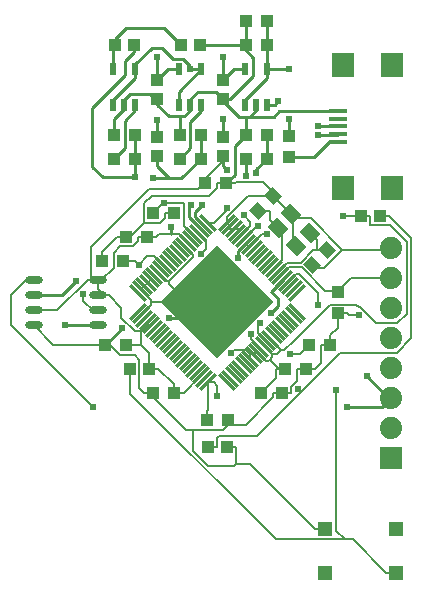
<source format=gtl>
G04 Layer: TopLayer*
G04 EasyEDA v6.5.42, 2024-03-17 19:56:20*
G04 22851bfb20aa482085f49a562fa88950,7084cd4cda9a42c7a5f6ba31724bf8e5,10*
G04 Gerber Generator version 0.2*
G04 Scale: 100 percent, Rotated: No, Reflected: No *
G04 Dimensions in inches *
G04 leading zeros omitted , absolute positions ,3 integer and 6 decimal *
%FSLAX36Y36*%
%MOIN*%

%AMMACRO1*21,1,$1,$2,0,0,$3*%
%ADD10C,0.0080*%
%ADD11C,0.0100*%
%ADD12O,0.059843X0.023622*%
%ADD13R,0.0217X0.0394*%
%ADD14R,0.0394X0.0433*%
%ADD15R,0.0433X0.0394*%
%ADD16R,0.0600X0.0157*%
%ADD17R,0.0748X0.0827*%
%ADD18MACRO1,0.0394X0.0433X-134.9990*%
%ADD19MACRO1,0.0394X0.0433X-135.0000*%
%ADD20R,0.0472X0.0472*%
%ADD21MACRO1,0.0551X0.0453X135.0007*%
%ADD22MACRO1,0.0551X0.0453X135.0000*%
%ADD23MACRO1,0.0551X0.0453X134.9993*%
%ADD24MACRO1,0.0098X0.075X135.0000*%
%ADD25MACRO1,0.0099X0.075X134.9959*%
%ADD26MACRO1,0.0098X0.075X135.0041*%
%ADD27MACRO1,0.0099X0.075X135.0041*%
%ADD28MACRO1,0.0098X0.075X134.9959*%
%ADD29MACRO1,0.0099X0.075X135.0000*%
%ADD30MACRO1,0.0098X0.075X45.0041*%
%ADD31MACRO1,0.0098X0.075X44.9959*%
%ADD32MACRO1,0.0099X0.075X45.0041*%
%ADD33MACRO1,0.0099X0.075X45.0000*%
%ADD34MACRO1,0.0098X0.075X45.0000*%
%ADD35MACRO1,0.0099X0.075X44.9959*%
%ADD36MACRO1,0.2657X0.2657X45.0002*%
%ADD37R,0.0740X0.0740*%
%ADD38C,0.0740*%
%ADD39C,0.0240*%
%ADD40C,0.0171*%

%LPD*%
D10*
X3437597Y2356999D02*
G01*
X3405598Y2325000D01*
X3373999Y2325000D01*
D11*
X3630000Y2251999D02*
G01*
X3701999Y2180000D01*
X3710000Y2180000D01*
X3230280Y2697910D02*
G01*
X3201000Y2668629D01*
X3201000Y2646999D01*
X3352700Y2575399D02*
G01*
X3311000Y2534000D01*
X3333000Y2511999D01*
X3333000Y2485000D01*
X3311000Y2463000D01*
X3151999Y3110000D02*
G01*
X3151000Y3109000D01*
X3151000Y3048490D01*
X3151000Y3238499D02*
G01*
X3151000Y3318000D01*
X3296440Y2976999D02*
G01*
X3261999Y2942559D01*
X3261999Y2929000D01*
X3163000Y2940000D02*
G01*
X3151000Y2951999D01*
X3151000Y2985500D01*
X3225569Y3056999D02*
G01*
X3188999Y3020430D01*
X3188999Y2924569D01*
X3161430Y2896999D01*
X2931000Y2985500D02*
G01*
X2931000Y2951999D01*
X2971000Y2911999D01*
X3011440Y2911999D01*
X3076440Y2976999D01*
X2918000Y2911999D02*
G01*
X2971000Y2911999D01*
D10*
X3611499Y2786999D02*
G01*
X3551000Y2786999D01*
D11*
X2622997Y2423998D02*
G01*
X2624997Y2421999D01*
X2734870Y2421999D01*
X2662002Y2570000D02*
G01*
X2614002Y2521999D01*
X2519129Y2521999D01*
X2971000Y2445999D02*
G01*
X3078559Y2445999D01*
X3131350Y2498789D01*
X2757569Y2356999D02*
G01*
X2758999Y2356999D01*
X2813999Y2411999D01*
D10*
X3054700Y2720200D02*
G01*
X3021099Y2753800D01*
X3021099Y2825200D01*
X3017299Y2828899D01*
X2953000Y2828899D01*
D11*
X2976000Y2750999D02*
G01*
X2976000Y2726900D01*
X3088100Y2753600D02*
G01*
X3056999Y2784000D01*
X3056999Y2799000D01*
X3081000Y2823000D01*
X3076980Y2742460D02*
G01*
X3036000Y2783440D01*
X3036000Y2814000D01*
X3045000Y2823000D01*
D10*
X3163000Y2814000D02*
G01*
X3163000Y2807202D01*
X3120497Y2764699D01*
D11*
X3534902Y3059398D02*
G01*
X3532502Y3056999D01*
X3466999Y3056999D01*
X3466999Y3085999D02*
G01*
X3533901Y3085999D01*
X3534902Y3085000D01*
X3005569Y3056999D02*
G01*
X3005569Y3119000D01*
X3225600Y2976999D02*
G01*
X3226000Y2920999D01*
X3298400Y3157939D02*
G01*
X3322939Y3157939D01*
X3335000Y3170000D01*
D10*
X3090600Y2896999D02*
G01*
X3090600Y2908600D01*
X3151000Y2969000D01*
X3151000Y2985500D01*
D11*
X3078400Y3157939D02*
G01*
X3078400Y3137399D01*
X3041000Y3100000D01*
X3041000Y3012429D01*
X3005569Y2976999D01*
X2852500Y3356999D02*
G01*
X2852500Y3331500D01*
X2823999Y3303000D01*
X2823999Y3255999D01*
X2715000Y3146999D01*
X2715000Y2950999D01*
X2751000Y2915000D01*
X2856000Y2915000D01*
X2856999Y2915999D01*
X2931000Y3108000D02*
G01*
X2931000Y3048490D01*
X2931000Y3238499D02*
G01*
X2931000Y3318000D01*
X3078400Y3275999D02*
G01*
X3041000Y3276999D01*
X3298400Y3276050D02*
G01*
X3368950Y3276050D01*
X3370000Y3275000D01*
X3371000Y3054439D02*
G01*
X3371000Y3109000D01*
X3370000Y3110000D01*
X3296440Y3356999D02*
G01*
X3296440Y3436999D01*
X3298400Y3276050D02*
G01*
X3296440Y3278009D01*
X3296440Y3356999D01*
X3225600Y3356999D02*
G01*
X3225600Y3339400D01*
X3251000Y3314000D01*
X3251000Y3251999D01*
X3174499Y3175500D01*
X3151000Y3175500D01*
X3223599Y3157899D02*
G01*
X3223599Y3171599D01*
X3298400Y3246399D01*
X3298400Y3275999D01*
X3225569Y3356999D02*
G01*
X3225569Y3436999D01*
X3072489Y3356999D02*
G01*
X3225569Y3356999D01*
X2856400Y2976999D02*
G01*
X2856999Y2915999D01*
X3076440Y3056999D02*
G01*
X3076440Y2976999D01*
X3296440Y3056999D02*
G01*
X3296440Y2976999D01*
X3534939Y3033809D02*
G01*
X3504809Y3033809D01*
X3454570Y2983569D01*
X3371000Y2983569D01*
X3240000Y3118000D02*
G01*
X3320000Y3118000D01*
X3338180Y3136179D01*
X3534939Y3136179D01*
X3225569Y3056999D02*
G01*
X3225569Y3118000D01*
X3151000Y3175509D02*
G01*
X3151000Y3170000D01*
X3203000Y3118000D01*
X3240000Y3118000D01*
X3261000Y3139000D01*
X3261000Y3157939D01*
X2931000Y3175509D02*
G01*
X2931000Y3158000D01*
X2970000Y3119000D01*
X3021999Y3119000D01*
X3041000Y3138000D01*
X3041000Y3157939D01*
X3041000Y3157939D02*
G01*
X3041000Y3175999D01*
X3066000Y3200999D01*
X3125510Y3200999D01*
X3151000Y3175509D01*
X3151000Y3238499D02*
G01*
X3188549Y3276050D01*
X3223599Y3276050D01*
X3003599Y3157939D02*
G01*
X3003599Y3201250D01*
X3078400Y3276050D01*
X3003599Y3276050D02*
G01*
X2968549Y3276050D01*
X2931000Y3238499D01*
X2789510Y3356999D02*
G01*
X2789510Y3376509D01*
X2826999Y3414000D01*
X2952500Y3414000D01*
X3009499Y3356999D01*
X2783599Y3276050D02*
G01*
X2783599Y3351089D01*
X2789510Y3356999D01*
X2783599Y3157939D02*
G01*
X2783599Y3172600D01*
X2858400Y3247399D01*
X2858400Y3276050D01*
X2821000Y3157899D02*
G01*
X2821000Y3171999D01*
X2841000Y3191999D01*
X2908000Y3191999D01*
X2924499Y3175500D01*
X2931000Y3175500D01*
X2785600Y2976999D02*
G01*
X2823000Y3014000D01*
X2823000Y3103000D01*
X2858400Y3138400D01*
X2858400Y3157899D01*
X2785600Y3056999D02*
G01*
X2785600Y3108600D01*
X2821000Y3144000D01*
X2821000Y3157899D01*
X2856440Y2976999D02*
G01*
X2856435Y3056999D01*
D10*
X3097600Y2106999D02*
G01*
X3097600Y2138699D01*
X3099300Y2232800D02*
G01*
X3099300Y2140399D01*
X3097600Y2138699D01*
X3273999Y2429000D02*
G01*
X3266400Y2421401D01*
X3266400Y2397100D01*
X3297100Y2366399D01*
X2953000Y2828899D02*
G01*
X2949499Y2828899D01*
X2917600Y2796999D01*
X3099300Y2232800D02*
G01*
X3120500Y2232800D01*
X3120497Y2232800D02*
G01*
X3131999Y2221298D01*
X3131999Y2185999D01*
X3728100Y1597199D02*
G01*
X3694399Y1597199D01*
X3078000Y2660000D02*
G01*
X3094799Y2676799D01*
X3094799Y2702399D01*
X3065801Y2731298D01*
X3556602Y1709099D02*
G01*
X3528000Y1737701D01*
X3528000Y2206999D01*
X3694399Y1597199D02*
G01*
X3582500Y1709099D01*
X3556599Y1709099D01*
X3556599Y1709099D02*
G01*
X3325799Y1709099D01*
X2841499Y2193400D01*
X2841499Y2276999D01*
X3319300Y2608800D02*
G01*
X3348599Y2638099D01*
X3348599Y2731399D01*
X3333000Y2746999D01*
X3333000Y2746999D02*
G01*
X3307299Y2772700D01*
X3307299Y2801900D01*
X3267899Y2801900D02*
G01*
X3307299Y2801900D01*
X3463100Y2671999D02*
G01*
X3498100Y2671999D01*
X3438800Y2730300D02*
G01*
X3463100Y2705999D01*
X3463100Y2671999D01*
X3463100Y2671999D02*
G01*
X3463100Y2671999D01*
X3451400Y2671999D01*
X3409099Y2629699D01*
X3362500Y2629699D01*
X3330500Y2597700D01*
X3674499Y2786999D02*
G01*
X3704300Y2786999D01*
X3101499Y2016999D02*
G01*
X3131300Y2016999D01*
X3274799Y2344200D02*
G01*
X3243800Y2375100D01*
X3243800Y2393899D01*
X3401800Y2209000D02*
G01*
X3411199Y2199600D01*
X3704300Y2786999D02*
G01*
X3777700Y2713600D01*
X3777700Y2378499D01*
X3729200Y2330000D01*
X3541700Y2330000D01*
X3411199Y2199600D01*
X3411199Y2199600D02*
G01*
X3264200Y2052500D01*
X3136999Y2052500D01*
X3131300Y2046799D01*
X3131300Y2016999D01*
X2910000Y2422100D02*
G01*
X2899399Y2422100D01*
X2904499Y2276999D02*
G01*
X2904499Y2308699D01*
X2899399Y2422100D02*
G01*
X2898800Y2422100D01*
X2868699Y2716999D02*
G01*
X2868699Y2702100D01*
X2851800Y2685200D01*
X2806899Y2685200D01*
X2786199Y2664600D01*
X2786199Y2613200D01*
X2745000Y2571999D01*
X2734899Y2571999D01*
X2878299Y2356999D02*
G01*
X2828400Y2356999D01*
X2883599Y2716999D02*
G01*
X2868699Y2716999D01*
X2883599Y2716999D02*
G01*
X2898400Y2716999D01*
X2878299Y2356999D02*
G01*
X2904499Y2330799D01*
X2904499Y2308699D01*
X3099300Y2764699D02*
G01*
X3120500Y2764699D01*
X3090600Y2896999D02*
G01*
X3068600Y2875000D01*
X3021000Y2875000D01*
X2904499Y2276999D02*
G01*
X2934300Y2276999D01*
X2898800Y2422100D02*
G01*
X2898800Y2433299D01*
X2898400Y2716999D02*
G01*
X2928199Y2716999D01*
X3076999Y2255100D02*
G01*
X3018900Y2196999D01*
X2988400Y2196999D01*
X2988400Y2228699D02*
G01*
X2982500Y2228699D01*
X2934300Y2276999D01*
X2988400Y2196999D02*
G01*
X2988400Y2228699D01*
X3533000Y2532399D02*
G01*
X3533000Y2536900D01*
X3710000Y2580000D02*
G01*
X3576099Y2580000D01*
X3533000Y2536900D01*
X3533000Y2536900D02*
G01*
X3490900Y2536900D01*
X3412200Y2615599D01*
X3370600Y2615599D01*
X3341599Y2586599D01*
X2898800Y2422100D02*
G01*
X2878299Y2401599D01*
X2878299Y2401599D02*
G01*
X2878299Y2356999D01*
X2755000Y2523998D02*
G01*
X2734870Y2544128D01*
X2734870Y2571999D01*
X2734870Y2521999D02*
G01*
X2771000Y2521999D01*
X2811899Y2481100D01*
X2811899Y2445700D01*
X2855897Y2401599D01*
X2878301Y2401599D01*
X3032399Y2697899D02*
G01*
X3003500Y2726900D01*
X2938100Y2726900D01*
X2928199Y2716999D01*
X2734899Y2571999D02*
G01*
X2711999Y2571999D01*
X2711999Y2681999D01*
X2905000Y2875000D01*
X3021000Y2875000D01*
X2734870Y2571999D02*
G01*
X2718698Y2571999D01*
X2716698Y2573998D01*
X2519129Y2471999D02*
G01*
X2598499Y2471999D01*
X2700497Y2573998D01*
X2716698Y2573998D01*
X3218999Y2790000D02*
G01*
X3241698Y2767301D01*
X3241698Y2753798D01*
X3207997Y2720200D01*
X3219099Y2709000D02*
G01*
X3264600Y2754499D01*
X3267600Y2754499D01*
X3267600Y2754499D01*
X3241400Y2686799D02*
G01*
X3281599Y2726900D01*
X3295399Y2726900D01*
X2684902Y2527100D02*
G01*
X2684902Y2504099D01*
X2717001Y2471999D01*
X2734870Y2471999D01*
X2519129Y2571999D02*
G01*
X2494799Y2571999D01*
X2444600Y2521799D01*
X2444600Y2423501D01*
X2716796Y2151271D01*
X3363900Y2564299D02*
G01*
X3392799Y2593200D01*
X3403699Y2593200D01*
X3467899Y2529000D01*
X3467899Y2489400D01*
X3277600Y2196999D02*
G01*
X3327799Y2247199D01*
X3327799Y2276999D01*
X3611499Y2786999D02*
G01*
X3641300Y2786999D01*
X3344899Y2340900D02*
G01*
X3308199Y2377600D01*
X3344899Y2340900D02*
G01*
X3330299Y2326300D01*
X3314899Y2326300D01*
X3357600Y2276999D02*
G01*
X3336700Y2276999D01*
X3336700Y2276999D02*
G01*
X3327799Y2276999D01*
X3305799Y2307899D02*
G01*
X3336700Y2276999D01*
X3314899Y2326300D02*
G01*
X3314899Y2316999D01*
X3305799Y2307899D01*
X3305799Y2307899D02*
G01*
X3301999Y2304099D01*
X3292600Y2304099D01*
X3263699Y2333000D01*
X3314899Y2326300D02*
G01*
X3285900Y2355300D01*
X3344899Y2340900D02*
G01*
X3355200Y2340900D01*
X3385699Y2371399D01*
X3387200Y2371399D01*
X3507200Y2491399D01*
X3594899Y2491399D01*
X3603100Y2483200D01*
X3606899Y2483200D01*
X3612200Y2477899D01*
X3613999Y2477899D01*
X3661899Y2430000D01*
X3731899Y2430000D01*
X3762399Y2460500D01*
X3762399Y2699299D01*
X3706499Y2755200D01*
X3643299Y2755200D01*
X3641300Y2757199D01*
X3641300Y2786999D01*
X2818400Y2636999D02*
G01*
X2848199Y2636999D01*
X3241400Y2310799D02*
G01*
X3241400Y2325999D01*
X3252500Y2325999D02*
G01*
X3241400Y2325999D01*
X3263699Y2333000D02*
G01*
X3259600Y2333000D01*
X3252500Y2325999D01*
X3252500Y2325999D02*
G01*
X3252500Y2321900D01*
X3176400Y2329600D02*
G01*
X3187100Y2340300D01*
X3227100Y2340300D01*
X3241400Y2325999D01*
X2869799Y2624299D02*
G01*
X2857100Y2636999D01*
X2848199Y2636999D01*
X2954499Y2619899D02*
G01*
X2921499Y2652899D01*
X2898500Y2652899D01*
X2869799Y2624299D01*
X2876499Y2541999D02*
G01*
X2887700Y2553099D01*
X2887700Y2553099D02*
G01*
X2898800Y2564299D01*
X2898800Y2564299D02*
G01*
X2909899Y2575399D01*
X3163500Y2764699D02*
G01*
X3174600Y2753600D01*
X3174600Y2753600D01*
X3174600Y2753600D02*
G01*
X3174600Y2752500D01*
X3164499Y2742500D01*
X3175100Y2742500D02*
G01*
X3185699Y2742500D01*
X3206899Y2742500D02*
G01*
X3196899Y2732399D01*
X3196899Y2731300D01*
X3185699Y2742500D02*
G01*
X3206899Y2742500D01*
X3508400Y2356999D02*
G01*
X3508400Y2388699D01*
X2797799Y2716999D02*
G01*
X2749499Y2668699D01*
X2747600Y2668699D01*
X2827600Y2716999D02*
G01*
X2797799Y2716999D01*
X2747600Y2636999D02*
G01*
X2747600Y2668699D01*
X3508400Y2388699D02*
G01*
X3533000Y2413299D01*
X3533000Y2461599D01*
X3491899Y1742800D02*
G01*
X3458199Y1742800D01*
X3164499Y2016999D02*
G01*
X3194300Y2016999D01*
X2519129Y2421999D02*
G01*
X2584129Y2356999D01*
X2757597Y2356999D01*
X3447899Y2621900D02*
G01*
X3447899Y2612500D01*
X3168400Y2106999D02*
G01*
X3168400Y2091100D01*
X3168400Y2091100D02*
G01*
X3227700Y2091100D01*
X3318699Y2182100D01*
X3318699Y2196999D01*
X3348400Y2196999D02*
G01*
X3318699Y2196999D01*
X3377500Y2791500D02*
G01*
X3384499Y2784600D01*
X3384499Y2779099D01*
X3384499Y2779099D02*
G01*
X3384499Y2695500D01*
X3394300Y2685700D01*
X3548400Y2674299D02*
G01*
X3486700Y2612500D01*
X3447899Y2612500D01*
X3710000Y2680000D02*
G01*
X3704300Y2674299D01*
X3548400Y2674299D01*
X3548400Y2674299D02*
G01*
X3443599Y2779099D01*
X3384499Y2779099D01*
X3348400Y2196999D02*
G01*
X3378199Y2196999D01*
X2772500Y2356999D02*
G01*
X2807500Y2321999D01*
X2855399Y2321999D01*
X2871300Y2305999D01*
X2871300Y2213499D01*
X2887799Y2196999D01*
X2988400Y2796999D02*
G01*
X2958699Y2796999D01*
X3413599Y2276999D02*
G01*
X3398699Y2276999D01*
X3413599Y2276999D02*
G01*
X3428400Y2276999D01*
X3458199Y2276999D02*
G01*
X3478699Y2297399D01*
X3478699Y2356999D01*
X3428400Y2276999D02*
G01*
X3458199Y2276999D01*
X3508400Y2356999D02*
G01*
X3478699Y2356999D01*
X3191199Y2896999D02*
G01*
X3193800Y2899600D01*
X3284099Y2899600D01*
X3318100Y2865700D01*
X3318100Y2851999D01*
X2902700Y2196999D02*
G01*
X2904499Y2196999D01*
X2902700Y2196999D02*
G01*
X2887799Y2196999D01*
X2917600Y2196999D02*
G01*
X2904499Y2196999D01*
X3176300Y2896999D02*
G01*
X3191199Y2896999D01*
X3176300Y2896999D02*
G01*
X3161400Y2896999D01*
X3161400Y2896999D02*
G01*
X3131700Y2896999D01*
X3318100Y2851999D02*
G01*
X3377500Y2792600D01*
X3377500Y2791500D01*
X2904499Y2196999D02*
G01*
X3027799Y2073600D01*
X3051800Y2073600D01*
X3051800Y2073600D02*
G01*
X3150900Y2073600D01*
X3168400Y2091100D01*
X3194300Y1959400D02*
G01*
X3194300Y2016999D01*
X3458199Y1742800D02*
G01*
X3241599Y1959400D01*
X3194300Y1959400D01*
X3194300Y1959400D02*
G01*
X3187799Y1953000D01*
X3101899Y1953000D01*
X3051800Y2003099D01*
X3051800Y2073600D01*
X2887799Y2762899D02*
G01*
X2940799Y2762899D01*
X2958699Y2780799D01*
X2958699Y2796999D01*
X2887799Y2762899D02*
G01*
X2841800Y2716999D01*
X2827600Y2716999D01*
X3163500Y2764699D02*
G01*
X3163500Y2782899D01*
X3232600Y2851999D01*
X3318100Y2851999D01*
X3533000Y2461599D02*
G01*
X3564799Y2461599D01*
X3564799Y2461599D02*
G01*
X3570500Y2455799D01*
X3604799Y2455799D01*
X2933400Y2498800D02*
G01*
X2910900Y2498800D01*
X2910900Y2498800D02*
G01*
X2910900Y2507600D01*
X2876499Y2541999D01*
X3131400Y2498800D02*
G01*
X3032399Y2498800D01*
X3032399Y2498800D02*
G01*
X2933400Y2498800D01*
X3032399Y2498800D02*
G01*
X2970799Y2560399D01*
X2970799Y2568299D01*
X2970799Y2568299D02*
G01*
X2961599Y2568299D01*
X2932200Y2597700D01*
X2757600Y2356999D02*
G01*
X2772500Y2356999D01*
X2876599Y2455500D02*
G01*
X2910900Y2489899D01*
X2910900Y2498800D01*
X3175100Y2742500D02*
G01*
X3166700Y2742500D01*
X3166700Y2742500D02*
G01*
X3164499Y2742500D01*
X3021300Y2686799D02*
G01*
X3050799Y2657300D01*
X3050799Y2657300D02*
G01*
X3050799Y2648299D01*
X2970799Y2568299D01*
X3378199Y2196999D02*
G01*
X3378199Y2216700D01*
X3398699Y2237100D01*
X3398699Y2276999D01*
X3131700Y2896999D02*
G01*
X3131700Y2881399D01*
X3103900Y2853600D01*
X2912299Y2853600D01*
X2887799Y2829099D01*
X2887799Y2762899D01*
X3164499Y2016999D02*
G01*
X3194300Y2016999D01*
D11*
X3563999Y2150999D02*
G01*
X3681000Y2150999D01*
X3710000Y2180000D01*
X3041000Y3276999D02*
G01*
X3041000Y3285999D01*
X3016000Y3310999D01*
X2983999Y3310999D01*
X2946999Y3348000D01*
X2913999Y3348000D01*
X2858400Y3292399D01*
X2858400Y3276050D01*
D12*
G01*
X2734870Y2421999D03*
G01*
X2734870Y2471999D03*
G01*
X2734870Y2521999D03*
G01*
X2734870Y2571999D03*
G01*
X2519129Y2421999D03*
G01*
X2519129Y2471999D03*
G01*
X2519129Y2521999D03*
G01*
X2519129Y2571999D03*
D13*
G01*
X2783599Y3276050D03*
G01*
X2858400Y3276050D03*
G01*
X2858400Y3157939D03*
G01*
X2821000Y3157939D03*
G01*
X2783599Y3157939D03*
D14*
G01*
X2785569Y3056999D03*
G01*
X2856440Y3056999D03*
D13*
G01*
X3223599Y3276050D03*
G01*
X3298400Y3276050D03*
G01*
X3298400Y3157939D03*
G01*
X3261000Y3157939D03*
G01*
X3223599Y3157939D03*
D15*
G01*
X3371000Y3054439D03*
G01*
X3371000Y2983569D03*
D14*
G01*
X3009499Y3356999D03*
G01*
X3072489Y3356999D03*
G01*
X3277569Y2196999D03*
G01*
X3348440Y2196999D03*
G01*
X3357569Y2276999D03*
G01*
X3428440Y2276999D03*
D13*
G01*
X3003599Y3276050D03*
G01*
X3078400Y3276050D03*
G01*
X3078400Y3157939D03*
G01*
X3041000Y3157939D03*
G01*
X3003599Y3157939D03*
D14*
G01*
X3101499Y2016999D03*
G01*
X3164489Y2016999D03*
G01*
X3674499Y2786999D03*
G01*
X3611509Y2786999D03*
D16*
G01*
X3534939Y3033809D03*
G01*
X3534939Y3059409D03*
G01*
X3534939Y3085000D03*
G01*
X3534939Y3110590D03*
G01*
X3534939Y3136179D03*
D17*
G01*
X3715060Y3289720D03*
G01*
X3715060Y2880270D03*
G01*
X3549700Y2880270D03*
G01*
X3549700Y3289720D03*
D18*
G01*
X3498054Y2672054D03*
D19*
G01*
X3447941Y2621941D03*
D18*
G01*
X3318054Y2852054D03*
D19*
G01*
X3267941Y2801941D03*
D15*
G01*
X2931000Y3238499D03*
G01*
X2931000Y3175509D03*
G01*
X3151000Y3238499D03*
G01*
X3151000Y3175509D03*
G01*
X3151000Y2985500D03*
G01*
X3151000Y3048490D03*
D14*
G01*
X2904499Y2276999D03*
G01*
X2841509Y2276999D03*
G01*
X2757569Y2356999D03*
G01*
X2828440Y2356999D03*
G01*
X3225569Y3436999D03*
G01*
X3296440Y3436999D03*
G01*
X3225569Y3356999D03*
G01*
X3296440Y3356999D03*
G01*
X2785569Y2976999D03*
G01*
X2856440Y2976999D03*
G01*
X3005569Y2976999D03*
G01*
X3076440Y2976999D03*
G01*
X3225569Y2976999D03*
G01*
X3296440Y2976999D03*
D20*
G01*
X3491890Y1742829D03*
G01*
X3728109Y1742829D03*
G01*
X3491890Y1597159D03*
G01*
X3728109Y1597159D03*
D14*
G01*
X2852500Y3356999D03*
G01*
X2789510Y3356999D03*
G01*
X2917569Y2196999D03*
G01*
X2988440Y2196999D03*
D15*
G01*
X3533000Y2461570D03*
G01*
X3533000Y2532440D03*
D14*
G01*
X2917569Y2796999D03*
G01*
X2988440Y2796999D03*
G01*
X2747569Y2636999D03*
G01*
X2818440Y2636999D03*
G01*
X2827569Y2716999D03*
G01*
X2898440Y2716999D03*
G01*
X3437569Y2356999D03*
G01*
X3508440Y2356999D03*
G01*
X3097569Y2106999D03*
G01*
X3168440Y2106999D03*
G01*
X3161430Y2896999D03*
G01*
X3090559Y2896999D03*
G01*
X3005569Y3056999D03*
G01*
X3076440Y3056999D03*
G01*
X3225569Y3056999D03*
G01*
X3296440Y3056999D03*
D15*
G01*
X2931000Y2985500D03*
G01*
X2931000Y3048490D03*
D21*
G01*
X3332995Y2746999D03*
D22*
G01*
X3438792Y2730297D03*
G01*
X3394244Y2685749D03*
D23*
G01*
X3377542Y2791547D03*
D24*
G01*
X2865408Y2466687D03*
D25*
G01*
X2876545Y2455550D03*
D26*
G01*
X2887682Y2444413D03*
D25*
G01*
X2898819Y2433277D03*
D26*
G01*
X2909956Y2422140D03*
D25*
G01*
X2921093Y2411002D03*
D24*
G01*
X2932229Y2399866D03*
D27*
G01*
X2943366Y2388729D03*
D28*
G01*
X2954504Y2377592D03*
D27*
G01*
X2965641Y2366455D03*
D28*
G01*
X2976777Y2355318D03*
D29*
G01*
X2987914Y2344181D03*
D24*
G01*
X2999051Y2333044D03*
D26*
G01*
X3010153Y2321942D03*
D25*
G01*
X3021290Y2310806D03*
D24*
G01*
X3032426Y2299669D03*
D27*
G01*
X3043564Y2288532D03*
D28*
G01*
X3054701Y2277395D03*
D27*
G01*
X3065837Y2266258D03*
D28*
G01*
X3076975Y2255121D03*
D27*
G01*
X3088112Y2243984D03*
D24*
G01*
X3099248Y2232847D03*
D30*
G01*
X3163454Y2232847D03*
D31*
G01*
X3174555Y2243949D03*
D32*
G01*
X3185692Y2255085D03*
D31*
G01*
X3196829Y2266223D03*
D32*
G01*
X3207966Y2277360D03*
D31*
G01*
X3219103Y2288497D03*
D33*
G01*
X3230240Y2299633D03*
D34*
G01*
X3241377Y2310770D03*
D35*
G01*
X3252514Y2321907D03*
D30*
G01*
X3263651Y2333044D03*
D35*
G01*
X3274787Y2344181D03*
D30*
G01*
X3285925Y2355318D03*
D35*
G01*
X3297062Y2366455D03*
D34*
G01*
X3308198Y2377592D03*
D33*
G01*
X3319335Y2388729D03*
D34*
G01*
X3330472Y2399865D03*
D32*
G01*
X3341609Y2411002D03*
D31*
G01*
X3352746Y2422140D03*
D32*
G01*
X3363883Y2433277D03*
D31*
G01*
X3375020Y2444413D03*
D32*
G01*
X3386157Y2455550D03*
D34*
G01*
X3397294Y2466687D03*
D26*
G01*
X3397294Y2530892D03*
D25*
G01*
X3386157Y2542029D03*
D26*
G01*
X3375020Y2553167D03*
D25*
G01*
X3363883Y2564303D03*
D24*
G01*
X3352746Y2575440D03*
D29*
G01*
X3341609Y2586577D03*
D24*
G01*
X3330472Y2597714D03*
D29*
G01*
X3319335Y2608851D03*
D24*
G01*
X3308198Y2619988D03*
D26*
G01*
X3297097Y2631090D03*
D25*
G01*
X3285960Y2642227D03*
D26*
G01*
X3274823Y2653363D03*
D25*
G01*
X3263686Y2664501D03*
D24*
G01*
X3252549Y2675637D03*
D29*
G01*
X3241412Y2686774D03*
D24*
G01*
X3230275Y2697911D03*
D29*
G01*
X3219138Y2709048D03*
D24*
G01*
X3208001Y2720185D03*
D27*
G01*
X3196864Y2731322D03*
D28*
G01*
X3185727Y2742459D03*
D27*
G01*
X3174591Y2753596D03*
D28*
G01*
X3163454Y2764733D03*
D34*
G01*
X3099248Y2764733D03*
D35*
G01*
X3088112Y2753596D03*
D30*
G01*
X3076975Y2742459D03*
D35*
G01*
X3065837Y2731322D03*
D30*
G01*
X3054701Y2720185D03*
D35*
G01*
X3043564Y2709048D03*
D30*
G01*
X3032426Y2697911D03*
D33*
G01*
X3021290Y2686774D03*
D31*
G01*
X3010153Y2675638D03*
D32*
G01*
X2999016Y2664500D03*
D31*
G01*
X2987879Y2653363D03*
D32*
G01*
X2976742Y2642227D03*
D31*
G01*
X2965605Y2631090D03*
D32*
G01*
X2954468Y2619952D03*
D34*
G01*
X2943331Y2608816D03*
D33*
G01*
X2932194Y2597679D03*
D30*
G01*
X2921057Y2586542D03*
D35*
G01*
X2909920Y2575405D03*
D30*
G01*
X2898784Y2564268D03*
D35*
G01*
X2887647Y2553131D03*
D30*
G01*
X2876509Y2541994D03*
D31*
G01*
X2865408Y2530892D03*
D36*
G01*
X3131351Y2498789D03*
D37*
G01*
X3710000Y1980000D03*
D38*
G01*
X3710000Y2080000D03*
G01*
X3710000Y2180000D03*
G01*
X3710000Y2280000D03*
G01*
X3710000Y2380000D03*
G01*
X3710000Y2480000D03*
G01*
X3710000Y2580000D03*
G01*
X3710000Y2680000D03*
D39*
G01*
X3630000Y2251999D03*
G01*
X3201000Y2646999D03*
G01*
X3311000Y2463000D03*
G01*
X3163000Y2940000D03*
G01*
X3261999Y2929000D03*
G01*
X2918000Y2911999D03*
G01*
X3551000Y2786999D03*
G01*
X2623000Y2424000D03*
G01*
X2661999Y2570000D03*
G01*
X2971000Y2445999D03*
G01*
X2813999Y2411999D03*
G01*
X2976000Y2750999D03*
G01*
X3081000Y2823000D03*
G01*
X3045000Y2823000D03*
G01*
X3466999Y3085999D03*
G01*
X3466999Y3056999D03*
G01*
X3335000Y3170000D03*
G01*
X3226000Y2920999D03*
G01*
X2931000Y3108000D03*
G01*
X2931000Y3318000D03*
G01*
X3151999Y3110000D03*
G01*
X3151000Y3318000D03*
G01*
X3041000Y3276999D03*
G01*
X3370000Y3275000D03*
G01*
X3370000Y3110000D03*
G01*
X2856999Y2915999D03*
G01*
X3373999Y2325000D03*
G01*
X3273999Y2429000D03*
G01*
X2953000Y2828899D03*
G01*
X3131999Y2185999D03*
G01*
X3528000Y2206999D03*
G01*
X3078000Y2660000D03*
G01*
X3243800Y2393899D03*
G01*
X3401800Y2209000D03*
G01*
X3163000Y2814000D03*
G01*
X3218999Y2790000D03*
G01*
X3267600Y2754499D03*
G01*
X3295399Y2726900D03*
G01*
X2684899Y2527100D03*
G01*
X3467899Y2489400D03*
G01*
X2869799Y2624299D03*
G01*
X3176400Y2329600D03*
G01*
X3604799Y2455799D03*
G01*
X2716800Y2151269D03*
G01*
X3563999Y2150999D03*
M02*

</source>
